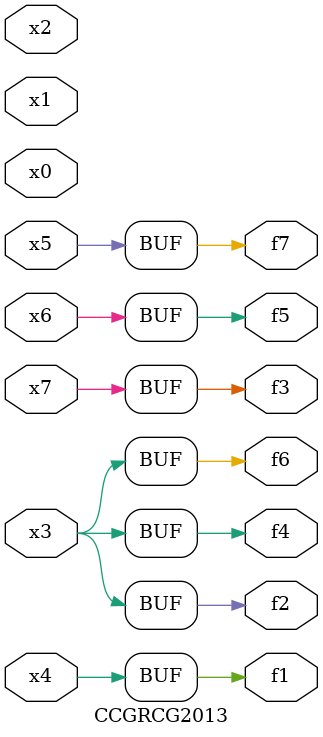
<source format=v>
module CCGRCG2013(
	input x0, x1, x2, x3, x4, x5, x6, x7,
	output f1, f2, f3, f4, f5, f6, f7
);
	assign f1 = x4;
	assign f2 = x3;
	assign f3 = x7;
	assign f4 = x3;
	assign f5 = x6;
	assign f6 = x3;
	assign f7 = x5;
endmodule

</source>
